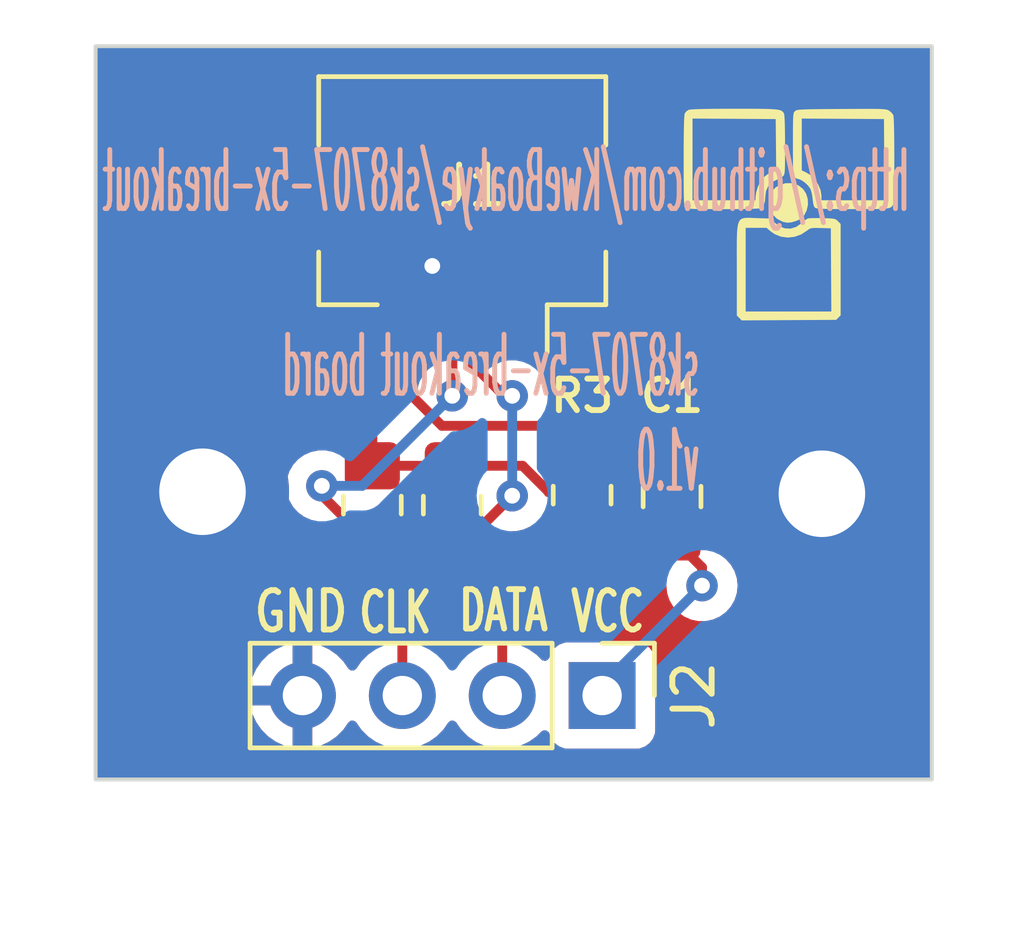
<source format=kicad_pcb>
(kicad_pcb (version 20221018) (generator pcbnew)
  (layers (0 "F.Cu" signal) (31 "B.Cu" signal) (34 "B.Paste" user) (35 "F.Paste" user) (36 "B.SilkS" user "B.Silkscreen") (37 "F.SilkS" user "F.Silkscreen") (38 "B.Mask" user) (39 "F.Mask" user) (44 "Edge.Cuts" user))
  (net 0 "")
  (net 1 "VCC")
  (net 2 "IPD RST")
  (net 3 "GND")
  (net 4 "DATA")
  (net 5 "CLK")
  (net 6 "LEFT")
  (net 7 "MIDDLE")
  (net 8 "RIGHT")
  (footprint "MountingHole:MountingHole_2.2mm_M2_Pad" (layer "F.Cu") (at 140.716 57.8612)
    (fp_text reference "H1" hide)
    (fp_text value "MountingHole")
    (pad "1" thru_hole circle (at 0 0) (size 4.4 4.4) (drill 2.2) (layers "*.Cu" "*.Mask") (net 3 "GND"))
  )
  (footprint "Connector_PinHeader_2.54mm:PinHeader_1x04_P2.54mm_Vertical" (layer "F.Cu") (at 135.128 62.992 -90)
    (fp_text reference "J2" (at 0 -2.33 90) (layer "F.SilkS"))
    (fp_text value "Conn_01x04_Pin")
    (fp_line (start -1.33 -1.33) (end 0 -1.33) (stroke (width 0.12)) (layer "F.SilkS"))
    (fp_line (start -1.33 0) (end -1.33 -1.33) (stroke (width 0.12)) (layer "F.SilkS"))
    (fp_line (start -1.33 1.27) (end -1.33 8.95) (stroke (width 0.12)) (layer "F.SilkS"))
    (fp_line (start -1.33 1.27) (end 1.33 1.27) (stroke (width 0.12)) (layer "F.SilkS"))
    (fp_line (start -1.33 8.95) (end 1.33 8.95) (stroke (width 0.12)) (layer "F.SilkS"))
    (fp_line (start 1.33 1.27) (end 1.33 8.95) (stroke (width 0.12)) (layer "F.SilkS"))
    (pad "1" thru_hole rect (at 0 0 270) (size 1.7 1.7) (drill 1) (layers "*.Cu" "*.Mask") (net 1 "VCC"))
    (pad "2" thru_hole oval (at 0 2.54 270) (size 1.7 1.7) (drill 1) (layers "*.Cu" "*.Mask") (net 5 "CLK"))
    (pad "3" thru_hole oval (at 0 5.08 270) (size 1.7 1.7) (drill 1) (layers "*.Cu" "*.Mask") (net 4 "DATA"))
    (pad "4" thru_hole oval (at 0 7.62 270) (size 1.7 1.7) (drill 1) (layers "*.Cu" "*.Mask") (net 3 "GND"))
  )
  (footprint "Connector_FFC-FPC:Hirose_FH12-8S-0.5SH_1x08-1MP_P0.50mm_Horizontal" (layer "F.Cu") (at 131.572 51.756 180)
    (fp_text reference "J1" (at -0.254 1.718 180) (layer "F.SilkS"))
    (fp_text value "Conn_01x08_Socket")
    (fp_line (start -3.65 -1.3) (end -3.65 0.04) (stroke (width 0.12)) (layer "F.SilkS"))
    (fp_line (start -3.65 2.76) (end -3.65 4.5) (stroke (width 0.12)) (layer "F.SilkS"))
    (fp_line (start -3.65 4.5) (end 3.65 4.5) (stroke (width 0.12)) (layer "F.SilkS"))
    (fp_line (start -2.16 -1.3) (end -3.65 -1.3) (stroke (width 0.12)) (layer "F.SilkS"))
    (fp_line (start -2.16 -1.3) (end -2.16 -2.5) (stroke (width 0.12)) (layer "F.SilkS"))
    (fp_line (start 2.16 -1.3) (end 3.65 -1.3) (stroke (width 0.12)) (layer "F.SilkS"))
    (fp_line (start 3.65 -1.3) (end 3.65 0.04) (stroke (width 0.12)) (layer "F.SilkS"))
    (fp_line (start 3.65 4.5) (end 3.65 2.76) (stroke (width 0.12)) (layer "F.SilkS"))
    (pad "1" smd rect (at -1.75 -1.85 180) (size 0.3 1.3) (layers "F.Cu" "F.Paste" "F.Mask") (net 8 "RIGHT"))
    (pad "2" smd rect (at -1.25 -1.85 180) (size 0.3 1.3) (layers "F.Cu" "F.Paste" "F.Mask") (net 7 "MIDDLE"))
    (pad "3" smd rect (at -0.75 -1.85 180) (size 0.3 1.3) (layers "F.Cu" "F.Paste" "F.Mask") (net 6 "LEFT"))
    (pad "4" smd rect (at -0.25 -1.85 180) (size 0.3 1.3) (layers "F.Cu" "F.Paste" "F.Mask") (net 5 "CLK"))
    (pad "5" smd rect (at 0.25 -1.85 180) (size 0.3 1.3) (layers "F.Cu" "F.Paste" "F.Mask") (net 4 "DATA"))
    (pad "6" smd rect (at 0.75 -1.85 180) (size 0.3 1.3) (layers "F.Cu" "F.Paste" "F.Mask") (net 3 "GND"))
    (pad "7" smd rect (at 1.25 -1.85 180) (size 0.3 1.3) (layers "F.Cu" "F.Paste" "F.Mask") (net 2 "IPD RST"))
    (pad "8" smd rect (at 1.75 -1.85 180) (size 0.3 1.3) (layers "F.Cu" "F.Paste" "F.Mask") (net 1 "VCC"))
    (pad "MP" smd rect (at -3.65 1.4 180) (size 1.8 2.2) (layers "F.Cu" "F.Paste" "F.Mask") (net 3 "GND"))
    (pad "MP" smd rect (at 3.65 1.4 180) (size 1.8 2.2) (layers "F.Cu" "F.Paste" "F.Mask") (net 3 "GND"))
  )
  (footprint "Resistor_SMD:R_0805_2012Metric_Pad1.20x1.40mm_HandSolder" (layer "F.Cu") (at 131.318 58.15 -90)
    (fp_text reference "R2" hide)
    (fp_text value "4k7")
    (fp_line (start -0.227064 -0.735) (end 0.227064 -0.735) (stroke (width 0.12)) (layer "F.SilkS"))
    (fp_line (start -0.227064 0.735) (end 0.227064 0.735) (stroke (width 0.12)) (layer "F.SilkS"))
    (pad "1" smd roundrect (at -1 0 270) (size 1.2 1.4) (layers "F.Cu" "F.Paste" "F.Mask") (roundrect_rratio 0.2083333333) (net 1 "VCC"))
    (pad "2" smd roundrect (at 1 0 270) (size 1.2 1.4) (layers "F.Cu" "F.Paste" "F.Mask") (roundrect_rratio 0.2083333333) (net 5 "CLK"))
  )
  (footprint "Capacitor_SMD:C_0805_2012Metric_Pad1.18x1.45mm_HandSolder" (layer "F.Cu") (at 136.906 57.9335 90)
    (fp_text reference "C1" (at 2.5615 0 180) (layer "F.SilkS") (effects (font (size 0.8 0.8) (thickness 0.15) bold)))
    (fp_text value "2.2uF")
    (fp_line (start -0.261252 -0.735) (end 0.261252 -0.735) (stroke (width 0.12)) (layer "F.SilkS"))
    (fp_line (start -0.261252 0.735) (end 0.261252 0.735) (stroke (width 0.12)) (layer "F.SilkS"))
    (pad "1" smd roundrect (at -1.0375 0 90) (size 1.175 1.45) (layers "F.Cu" "F.Paste" "F.Mask") (roundrect_rratio 0.2127659574) (net 1 "VCC"))
    (pad "2" smd roundrect (at 1.0375 0 90) (size 1.175 1.45) (layers "F.Cu" "F.Paste" "F.Mask") (roundrect_rratio 0.2127659574) (net 2 "IPD RST"))
  )
  (footprint "project:trackpoint" (layer "F.Cu") (at 139.954 50.8)
    (fp_text reference "G***" hide)
    (fp_text value "LOGO" hide)
    (fp_poly (pts (xy -0.012274 -0.834003) (xy 0.134093 -0.791967) (xy 0.175602 -0.771371) (xy 0.284726 -0.684759) (xy 0.361023 -0.56861) (xy 0.402651 -0.43269) (xy 0.407768 -0.286767) (xy 0.374532 -0.140608) (xy 0.316236 -0.025715) (xy 0.256081 0.044968) (xy 0.175293 0.096673) (xy 0.112782 0.12291) (xy -0.012081 0.161232) (xy -0.115003 0.170782) (xy -0.214168 0.152706) (xy -0.237734 0.144979) (xy -0.378293 0.071586) (xy -0.487337 -0.034747) (xy -0.560407 -0.165616) (xy -0.593044 -0.312617) (xy -0.58079 -0.467346) (xy -0.574868 -0.490473) (xy -0.514135 -0.62207) (xy -0.418743 -0.725503) (xy -0.297458 -0.79749) (xy -0.159046 -0.834751)) (fill solid) (layer "F.SilkS"))
    (fp_poly (pts (xy -1.05746 0.046582) (xy -0.952674 0.051163) (xy -0.866951 0.054212) (xy -0.552808 0.062562) (xy -0.457833 0.155182) (xy -0.322986 0.258217) (xy -0.181802 0.313449) (xy -0.038955 0.320753) (xy 0.100884 0.280003) (xy 0.23304 0.191074) (xy 0.251191 0.174265) (xy 0.318775 0.116381) (xy 0.381807 0.073934) (xy 0.412531 0.06042) (xy 0.45926 0.055463) (xy 0.544103 0.052623) (xy 0.655164 0.052098) (xy 0.780542 0.054088) (xy 0.78531 0.054212) (xy 0.916265 0.058146) (xy 1.007207 0.063116) (xy 1.068163 0.071149) (xy 1.109159 0.084276) (xy 1.140223 0.104527) (xy 1.169403 0.131948) (xy 1.238719 0.201335) (xy 1.238719 1.363716) (xy 1.238719 2.526098) (xy 1.181736 2.583098) (xy 1.124753 2.640099) (xy -0.076188 2.647056) (xy -1.277129 2.654013) (xy -1.339254 2.591888) (xy -1.401379 2.529763) (xy -1.401379 1.357186) (xy -1.401925 1.065838) (xy -1.402495 0.820611) (xy -1.401489 0.617603) (xy -1.397308 0.452912) (xy -1.388349 0.322636) (xy -1.384915 0.300296) (xy -1.176157 0.300296) (xy -1.176157 1.363843) (xy -1.176157 2.427389) (xy -0.087314 2.427389) (xy 1.001529 2.427389) (xy 0.995001 1.370099) (xy 0.988473 0.312808) (xy 0.730388 0.305659) (xy 0.613031 0.30314) (xy 0.533793 0.304722) (xy 0.480784 0.312445) (xy 0.442117 0.328351) (xy 0.405903 0.354481) (xy 0.39547 0.363161) (xy 0.237576 0.467127) (xy 0.066522 0.528826) (xy -0.109516 0.548052) (xy -0.282364 0.524597) (xy -0.443846 0.458252) (xy -0.544742 0.38704) (xy -0.646084 0.300296) (xy -0.911121 0.300296) (xy -1.176157 0.300296) (xy -1.384915 0.300296) (xy -1.373013 0.222875) (xy -1.3497 0.149724) (xy -1.316809 0.099284) (xy -1.27274 0.067651) (xy -1.215893 0.050925) (xy -1.144666 0.045202)) (fill solid) (layer "F.SilkS"))
    (fp_poly (pts (xy -1.183761 -2.727535) (xy -0.954182 -2.726796) (xy -0.765802 -2.725033) (xy -0.614196 -2.72181) (xy -0.494939 -2.716692) (xy -0.403606 -2.709244) (xy -0.335772 -2.699031) (xy -0.287013 -2.685616) (xy -0.252902 -2.668566) (xy -0.229016 -2.647445) (xy -0.210928 -2.621818) (xy -0.200939 -2.603948) (xy -0.193106 -2.563753) (xy -0.186544 -2.476985) (xy -0.181366 -2.347106) (xy -0.177684 -2.177579) (xy -0.175608 -1.971865) (xy -0.175172 -1.807781) (xy -0.175249 -1.594839) (xy -0.175746 -1.426296) (xy -0.177059 -1.2965) (xy -0.179589 -1.199801) (xy -0.183732 -1.130547) (xy -0.189886 -1.083088) (xy -0.19845 -1.051773) (xy -0.209821 -1.030951) (xy -0.224399 -1.01497) (xy -0.231478 -1.00843) (xy -0.295467 -0.964526) (xy -0.372566 -0.929123) (xy -0.375369 -0.928181) (xy -0.5058 -0.860789) (xy -0.602385 -0.759329) (xy -0.660306 -0.630506) (xy -0.675571 -0.510483) (xy -0.685968 -0.380478) (xy -0.714957 -0.277816) (xy -0.75955 -0.211683) (xy -0.77675 -0.199669) (xy -0.813681 -0.193289) (xy -0.896537 -0.187701) (xy -1.021196 -0.18301) (xy -1.18354 -0.179321) (xy -1.379447 -0.17674) (xy -1.604799 -0.175371) (xy -1.737567 -0.175172) (xy -1.975952 -0.17527) (xy -2.169333 -0.175737) (xy -2.322755 -0.176835) (xy -2.441262 -0.178826) (xy -2.529899 -0.181971) (xy -2.593711 -0.186533) (xy -2.637742 -0.192772) (xy -2.667038 -0.20095) (xy -2.686644 -0.211329) (xy -2.701604 -0.224171) (xy -2.70266 -0.225222) (xy -2.714462 -0.238519) (xy -2.724247 -0.25565) (xy -2.732204 -0.281093) (xy -2.738522 -0.319324) (xy -2.74339 -0.374822) (xy -2.746996 -0.452064) (xy -2.749529 -0.555527) (xy -2.751177 -0.689688) (xy -2.75213 -0.859026) (xy -2.752577 -1.068017) (xy -2.752705 -1.321139) (xy -2.752709 -1.412714) (xy -2.752214 -1.718055) (xy -2.750698 -1.975283) (xy -2.748116 -2.186325) (xy -2.744421 -2.353107) (xy -2.739569 -2.477557) (xy -2.739538 -2.477981) (xy -2.527488 -2.477981) (xy -2.527488 -1.439188) (xy -2.527488 -0.400394) (xy -1.726699 -0.400394) (xy -0.925911 -0.400394) (xy -0.925911 -0.470014) (xy -0.911867 -0.587681) (xy -0.874957 -0.720183) (xy -0.823012 -0.842828) (xy -0.790069 -0.898299) (xy -0.707415 -0.992191) (xy -0.604009 -1.073917) (xy -0.498398 -1.129679) (xy -0.46457 -1.140451) (xy -0.399574 -1.156764) (xy -0.40624 -1.810845) (xy -0.412906 -2.464926) (xy -1.470197 -2.471454) (xy -2.527488 -2.477981) (xy -2.739538 -2.477981) (xy -2.733512 -2.561602) (xy -2.726207 -2.607167) (xy -2.724235 -2.612651) (xy -2.680388 -2.665859) (xy -2.620402 -2.701414) (xy -2.574063 -2.708461) (xy -2.479642 -2.71448) (xy -2.339096 -2.719428) (xy -2.154383 -2.72326) (xy -1.927459 -2.725931) (xy -1.660284 -2.727398) (xy -1.458964 -2.727685)) (fill solid) (layer "F.SilkS"))
    (fp_poly (pts (xy 2.075928 -2.723834) (xy 2.189428 -2.722184) (xy 2.275989 -2.719333) (xy 2.340232 -2.715113) (xy 2.386777 -2.709356) (xy 2.420248 -2.701897) (xy 2.445265 -2.692567) (xy 2.46645 -2.681199) (xy 2.471806 -2.677948) (xy 2.533107 -2.627483) (xy 2.575172 -2.570347) (xy 2.578161 -2.563384) (xy 2.584316 -2.522082) (xy 2.589583 -2.437226) (xy 2.593966 -2.315302) (xy 2.59747 -2.162797) (xy 2.600099 -1.986199) (xy 2.601859 -1.791993) (xy 2.602753 -1.586667) (xy 2.602786 -1.376708) (xy 2.601963 -1.168602) (xy 2.600289 -0.968836) (xy 2.597768 -0.783897) (xy 2.594405 -0.620272) (xy 2.590205 -0.484448) (xy 2.585171 -0.382911) (xy 2.579309 -0.322149) (xy 2.576553 -0.31022) (xy 2.56322 -0.276539) (xy 2.548107 -0.24906) (xy 2.526352 -0.227149) (xy 2.493091 -0.21017) (xy 2.443461 -0.197485) (xy 2.372597 -0.188459) (xy 2.275637 -0.182456) (xy 2.147715 -0.178839) (xy 1.98397 -0.176974) (xy 1.779537 -0.176223) (xy 1.550054 -0.175968) (xy 1.300873 -0.1761) (xy 1.097346 -0.177072) (xy 0.935079 -0.179034) (xy 0.809683 -0.182138) (xy 0.716765 -0.186532) (xy 0.651935 -0.192368) (xy 0.610799 -0.199795) (xy 0.589091 -0.208875) (xy 0.561497 -0.243649) (xy 0.542298 -0.306784) (xy 0.52864 -0.408333) (xy 0.526863 -0.42784) (xy 0.513015 -0.531688) (xy 0.492164 -0.626464) (xy 0.468801 -0.691791) (xy 0.468594 -0.692181) (xy 0.409284 -0.773811) (xy 0.326511 -0.851993) (xy 0.237314 -0.912598) (xy 0.170431 -0.939465) (xy 0.13143 -0.948453) (xy 0.10011 -0.959894) (xy 0.07563 -0.978915) (xy 0.057146 -1.010642) (xy 0.043818 -1.060202) (xy 0.034802 -1.132723) (xy 0.029256 -1.233332) (xy 0.02634 -1.367155) (xy 0.025209 -1.539319) (xy 0.025022 -1.754952) (xy 0.025025 -1.824707) (xy 0.025122 -2.045162) (xy 0.025642 -2.221008) (xy 0.026922 -2.357687) (xy 0.029305 -2.460639) (xy 0.030193 -2.477987) (xy 0.250246 -2.477987) (xy 0.250246 -1.817596) (xy 0.250246 -1.157205) (xy 0.331577 -1.123663) (xy 0.459347 -1.047749) (xy 0.573752 -0.936837) (xy 0.666163 -0.803375) (xy 0.727953 -0.659809) (xy 0.750495 -0.519261) (xy 0.750739 -0.400394) (xy 1.551805 -0.400394) (xy 2.352871 -0.400394) (xy 2.346337 -1.43266) (xy 2.339803 -2.464926) (xy 1.295025 -2.471457) (xy 0.250246 -2.477987) (xy 0.030193 -2.477987) (xy 0.033129 -2.535305) (xy 0.038734 -2.587126) (xy 0.046461 -2.621543) (xy 0.056649 -2.643996) (xy 0.069638 -2.659926) (xy 0.07768 -2.667501) (xy 0.092336 -2.678809) (xy 0.112077 -2.688223) (xy 0.141399 -2.695949) (xy 0.184801 -2.702194) (xy 0.246778 -2.707163) (xy 0.331829 -2.711064) (xy 0.44445 -2.714102) (xy 0.589139 -2.716484) (xy 0.770393 -2.718416) (xy 0.99271 -2.720104) (xy 1.260094 -2.721752) (xy 1.527571 -2.72324) (xy 1.74962 -2.724195) (xy 1.930866 -2.724448)) (fill solid) (layer "F.SilkS"))
  )
  (footprint "MountingHole:MountingHole_2.2mm_M2_Pad" (layer "F.Cu") (at 124.968 57.8104)
    (fp_text reference "H2" hide)
    (fp_text value "MountingHole")
    (pad "1" thru_hole circle (at 0 0) (size 4.4 4.4) (drill 2.2) (layers "*.Cu" "*.Mask") (net 3 "GND"))
  )
  (footprint "Resistor_SMD:R_0805_2012Metric_Pad1.20x1.40mm_HandSolder" (layer "F.Cu") (at 134.62 57.896 -90)
    (fp_text reference "R3" (at -2.524 0) (layer "F.SilkS") (effects (font (size 0.8 0.8))))
    (fp_text value "100k")
    (fp_line (start -0.227064 -0.735) (end 0.227064 -0.735) (stroke (width 0.12)) (layer "F.SilkS"))
    (fp_line (start -0.227064 0.735) (end 0.227064 0.735) (stroke (width 0.12)) (layer "F.SilkS"))
    (pad "1" smd roundrect (at -1 0 270) (size 1.2 1.4) (layers "F.Cu" "F.Paste" "F.Mask") (roundrect_rratio 0.2083333333) (net 2 "IPD RST"))
    (pad "2" smd roundrect (at 1 0 270) (size 1.2 1.4) (layers "F.Cu" "F.Paste" "F.Mask") (roundrect_rratio 0.2083333333) (net 3 "GND"))
  )
  (footprint "Resistor_SMD:R_0805_2012Metric_Pad1.20x1.40mm_HandSolder" (layer "F.Cu") (at 129.286 58.15 -90)
    (fp_text reference "R1" hide)
    (fp_text value "4k7")
    (fp_line (start -0.227064 -0.735) (end 0.227064 -0.735) (stroke (width 0.12)) (layer "F.SilkS"))
    (fp_line (start -0.227064 0.735) (end 0.227064 0.735) (stroke (width 0.12)) (layer "F.SilkS"))
    (pad "1" smd roundrect (at -1 0 270) (size 1.2 1.4) (layers "F.Cu" "F.Paste" "F.Mask") (roundrect_rratio 0.2083333333) (net 1 "VCC"))
    (pad "2" smd roundrect (at 1 0 270) (size 1.2 1.4) (layers "F.Cu" "F.Paste" "F.Mask") (roundrect_rratio 0.2083333333) (net 4 "DATA"))
  )
  (gr_rect (start 122.2502 46.482) (end 143.51 65.1256) (stroke (width 0.1)) (fill none) (layer "Edge.Cuts"))
  (gr_text "https://github.com/KweBoakye/sk8707-5x-breakout" (at 143.002 50.8) (layer "B.SilkS") (effects (font (size 1.5 0.5) (thickness 0.125) bold) (justify left bottom mirror)))
  (gr_text "sk8707-5x-breakout board\nv1.0" (at 137.668 57.912) (layer "B.SilkS") (effects (font (size 1.5 0.5) (thickness 0.125) bold) (justify left bottom mirror)))
  (gr_text "CLK" (at 128.8796 61.468) (layer "F.SilkS") (effects (font (size 1 0.635)) (justify left bottom)))
  (gr_text "DATA" (at 131.4196 61.4172) (layer "F.SilkS") (effects (font (size 1 0.635)) (justify left bottom)))
  (gr_text "VCC\n" (at 134.2644 61.4426) (layer "F.SilkS") (effects (font (size 1 0.635)) (justify left bottom)))
  (gr_text "GND" (at 126.2126 61.4426) (layer "F.SilkS") (effects (font (size 1 0.762)) (justify left bottom)))
  (segment (start 133.767 57.811695) (end 133.105305 57.15) (width 0.25) (layer "F.Cu") (net 1))
  (segment (start 135.756 57.821) (end 133.767 57.821) (width 0.25) (layer "F.Cu") (net 1))
  (segment (start 137.668 60.198) (end 137.668 59.944) (width 0.25) (layer "F.Cu") (net 1))
  (segment (start 135.756 57.821) (end 136.906 58.971) (width 0.25) (layer "F.Cu") (net 1))
  (segment (start 133.767 57.821) (end 133.767 57.811695) (width 0.25) (layer "F.Cu") (net 1))
  (segment (start 129.822 55.598) (end 129.286 56.134) (width 0.25) (layer "F.Cu") (net 1))
  (segment (start 137.668 59.733) (end 137.668 60.198) (width 0.25) (layer "F.Cu") (net 1))
  (segment (start 133.105305 57.15) (end 131.318 57.15) (width 0.25) (layer "F.Cu") (net 1))
  (segment (start 129.822 53.606) (end 129.822 55.598) (width 0.25) (layer "F.Cu") (net 1))
  (segment (start 136.906 58.971) (end 137.668 59.733) (width 0.25) (layer "F.Cu") (net 1))
  (segment (start 129.286 56.134) (end 129.286 57.15) (width 0.25) (layer "F.Cu") (net 1))
  (segment (start 129.286 57.15) (end 131.318 57.15) (width 0.25) (layer "F.Cu") (net 1))
  (via (at 137.668 60.198) (size 0.8) (drill 0.4) (layers "F.Cu" "B.Cu") (net 1))
  (segment (start 137.668 60.198) (end 135.128 62.738) (width 0.25) (layer "B.Cu") (net 1))
  (segment (start 130.322 53.606) (end 130.322 55.401305) (width 0.25) (layer "F.Cu") (net 2))
  (segment (start 133.858 56.134) (end 134.62 56.896) (width 0.25) (layer "F.Cu") (net 2))
  (segment (start 134.62 56.896) (end 136.906 56.896) (width 0.25) (layer "F.Cu") (net 2))
  (segment (start 131.054695 56.134) (end 133.858 56.134) (width 0.25) (layer "F.Cu") (net 2))
  (segment (start 130.322 55.401305) (end 131.054695 56.134) (width 0.25) (layer "F.Cu") (net 2))
  (segment (start 130.81 52.07) (end 130.822 52.336) (width 0.25) (layer "F.Cu") (net 3))
  (segment (start 130.822 53.606) (end 130.81 52.07) (width 0.25) (layer "F.Cu") (net 3))
  (via (at 130.81 52.07) (size 0.8) (drill 0.4) (layers "F.Cu" "B.Cu") (net 3))
  (segment (start 131.322 53.606) (end 131.322 55.368) (width 0.25) (layer "F.Cu") (net 4))
  (segment (start 129 58.896) (end 129.286 58.896) (width 0.25) (layer "F.Cu") (net 4))
  (segment (start 129.286 59.15) (end 130.048 59.912) (width 0.25) (layer "F.Cu") (net 4))
  (segment (start 130.048 59.912) (end 130.048 62.738) (width 0.25) (layer "F.Cu") (net 4))
  (segment (start 128.016 57.912) (end 129 58.896) (width 0.25) (layer "F.Cu") (net 4))
  (segment (start 131.322 55.368) (end 131.318 55.372) (width 0.25) (layer "F.Cu") (net 4))
  (via (at 128.001843 57.660728) (size 0.8) (drill 0.4) (layers "F.Cu" "B.Cu") (net 4))
  (via (at 131.318 55.372) (size 0.8) (drill 0.4) (layers "F.Cu" "B.Cu") (net 4))
  (segment (start 129.029272 57.660728) (end 131.318 55.372) (width 0.25) (layer "B.Cu") (net 4))
  (segment (start 128.001843 57.660728) (end 129.029272 57.660728) (width 0.25) (layer "B.Cu") (net 4))
  (segment (start 131.318 59.15) (end 131.318 59.436) (width 0.25) (layer "F.Cu") (net 5))
  (segment (start 132.842 55.372) (end 132.588 55.372) (width 0.25) (layer "F.Cu") (net 5))
  (segment (start 131.858 58.896) (end 131.318 58.896) (width 0.25) (layer "F.Cu") (net 5))
  (segment (start 131.318 59.436) (end 132.588 60.706) (width 0.25) (layer "F.Cu") (net 5))
  (segment (start 131.822 54.556) (end 132.638 55.372) (width 0.25) (layer "F.Cu") (net 5))
  (segment (start 131.826 58.896) (end 131.826 58.928) (width 0.25) (layer "F.Cu") (net 5))
  (segment (start 132.588 60.706) (end 132.588 62.738) (width 0.25) (layer "F.Cu") (net 5))
  (segment (start 132.842 57.912) (end 131.858 58.896) (width 0.25) (layer "F.Cu") (net 5))
  (segment (start 132.638 55.372) (end 132.842 55.372) (width 0.25) (layer "F.Cu") (net 5))
  (segment (start 131.822 53.606) (end 131.822 54.556) (width 0.25) (layer "F.Cu") (net 5))
  (via (at 132.842 57.912) (size 0.8) (drill 0.4) (layers "F.Cu" "B.Cu") (net 5))
  (via (at 132.842 55.372) (size 0.8) (drill 0.4) (layers "F.Cu" "B.Cu") (net 5))
  (segment (start 132.842 57.912) (end 132.842 55.372) (width 0.25) (layer "B.Cu") (net 5))
  (zone (net 3) (net_name "GND") (layers "F&B.Cu") (connect_pads (clearance 0.5)) (min_thickness 0.25) (fill yes (thermal_gap 0.5) (thermal_bridge_width 0.5))
    (polygon (pts (xy 144.272 67.31) (xy 144.526 45.847) (xy 121.7168 45.72) (xy 121.7422 67.1322) (xy 144.2974 67.2846)))
  )
)
</source>
